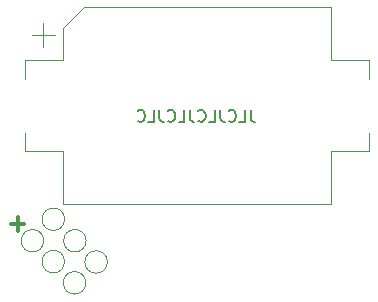
<source format=gbo>
G04 #@! TF.GenerationSoftware,KiCad,Pcbnew,(6.0.6)*
G04 #@! TF.CreationDate,2022-07-27T20:36:10+02:00*
G04 #@! TF.ProjectId,smd-challenge,736d642d-6368-4616-9c6c-656e67652e6b,rev?*
G04 #@! TF.SameCoordinates,Original*
G04 #@! TF.FileFunction,Legend,Bot*
G04 #@! TF.FilePolarity,Positive*
%FSLAX46Y46*%
G04 Gerber Fmt 4.6, Leading zero omitted, Abs format (unit mm)*
G04 Created by KiCad (PCBNEW (6.0.6)) date 2022-07-27 20:36:10*
%MOMM*%
%LPD*%
G01*
G04 APERTURE LIST*
%ADD10C,0.150000*%
%ADD11C,0.300000*%
%ADD12C,0.120000*%
%ADD13C,3.200000*%
%ADD14C,1.500000*%
%ADD15R,2.600000X3.600000*%
G04 APERTURE END LIST*
D10*
X128698047Y-119340380D02*
X128698047Y-120054666D01*
X128745666Y-120197523D01*
X128840904Y-120292761D01*
X128983761Y-120340380D01*
X129079000Y-120340380D01*
X127745666Y-120340380D02*
X128221857Y-120340380D01*
X128221857Y-119340380D01*
X126840904Y-120245142D02*
X126888523Y-120292761D01*
X127031380Y-120340380D01*
X127126619Y-120340380D01*
X127269476Y-120292761D01*
X127364714Y-120197523D01*
X127412333Y-120102285D01*
X127459952Y-119911809D01*
X127459952Y-119768952D01*
X127412333Y-119578476D01*
X127364714Y-119483238D01*
X127269476Y-119388000D01*
X127126619Y-119340380D01*
X127031380Y-119340380D01*
X126888523Y-119388000D01*
X126840904Y-119435619D01*
X126126619Y-119340380D02*
X126126619Y-120054666D01*
X126174238Y-120197523D01*
X126269476Y-120292761D01*
X126412333Y-120340380D01*
X126507571Y-120340380D01*
X125174238Y-120340380D02*
X125650428Y-120340380D01*
X125650428Y-119340380D01*
X124269476Y-120245142D02*
X124317095Y-120292761D01*
X124459952Y-120340380D01*
X124555190Y-120340380D01*
X124698047Y-120292761D01*
X124793285Y-120197523D01*
X124840904Y-120102285D01*
X124888523Y-119911809D01*
X124888523Y-119768952D01*
X124840904Y-119578476D01*
X124793285Y-119483238D01*
X124698047Y-119388000D01*
X124555190Y-119340380D01*
X124459952Y-119340380D01*
X124317095Y-119388000D01*
X124269476Y-119435619D01*
X123555190Y-119340380D02*
X123555190Y-120054666D01*
X123602809Y-120197523D01*
X123698047Y-120292761D01*
X123840904Y-120340380D01*
X123936142Y-120340380D01*
X122602809Y-120340380D02*
X123079000Y-120340380D01*
X123079000Y-119340380D01*
X121698047Y-120245142D02*
X121745666Y-120292761D01*
X121888523Y-120340380D01*
X121983761Y-120340380D01*
X122126619Y-120292761D01*
X122221857Y-120197523D01*
X122269476Y-120102285D01*
X122317095Y-119911809D01*
X122317095Y-119768952D01*
X122269476Y-119578476D01*
X122221857Y-119483238D01*
X122126619Y-119388000D01*
X121983761Y-119340380D01*
X121888523Y-119340380D01*
X121745666Y-119388000D01*
X121698047Y-119435619D01*
X120983761Y-119340380D02*
X120983761Y-120054666D01*
X121031380Y-120197523D01*
X121126619Y-120292761D01*
X121269476Y-120340380D01*
X121364714Y-120340380D01*
X120031380Y-120340380D02*
X120507571Y-120340380D01*
X120507571Y-119340380D01*
X119126619Y-120245142D02*
X119174238Y-120292761D01*
X119317095Y-120340380D01*
X119412333Y-120340380D01*
X119555190Y-120292761D01*
X119650428Y-120197523D01*
X119698047Y-120102285D01*
X119745666Y-119911809D01*
X119745666Y-119768952D01*
X119698047Y-119578476D01*
X119650428Y-119483238D01*
X119555190Y-119388000D01*
X119412333Y-119340380D01*
X119317095Y-119340380D01*
X119174238Y-119388000D01*
X119126619Y-119435619D01*
D11*
X108394571Y-129012142D02*
X109537428Y-129012142D01*
X108966000Y-129583571D02*
X108966000Y-128440714D01*
D12*
X114770284Y-130421182D02*
G75*
G03*
X114770284Y-130421182I-949999J0D01*
G01*
X111178181Y-130421182D02*
G75*
G03*
X111178181Y-130421182I-949999J0D01*
G01*
X112945948Y-128596846D02*
G75*
G03*
X112945948Y-128596846I-949999J0D01*
G01*
X109611000Y-122849000D02*
X109611000Y-121299000D01*
X135511000Y-127349000D02*
X135511000Y-122849000D01*
X114611000Y-110649000D02*
X112811000Y-112449000D01*
X135511000Y-122849000D02*
X138711000Y-122849000D01*
X112811000Y-122849000D02*
X109611000Y-122849000D01*
X135511000Y-110649000D02*
X135511000Y-115149000D01*
X112161000Y-112999000D02*
X110161000Y-112999000D01*
X138711000Y-115149000D02*
X138711000Y-116699000D01*
X109611000Y-115149000D02*
X109611000Y-116699000D01*
X135511000Y-115149000D02*
X138711000Y-115149000D01*
X112811000Y-115149000D02*
X109611000Y-115149000D01*
X138711000Y-122849000D02*
X138711000Y-121299000D01*
X135511000Y-110649000D02*
X114611000Y-110649000D01*
X111161000Y-113999000D02*
X111161000Y-111999000D01*
X112811000Y-127349000D02*
X135511000Y-127349000D01*
X112811000Y-112449000D02*
X112811000Y-115149000D01*
X112811000Y-127349000D02*
X112811000Y-122849000D01*
X112945948Y-132188949D02*
G75*
G03*
X112945948Y-132188949I-949999J0D01*
G01*
X116566335Y-132217233D02*
G75*
G03*
X116566335Y-132217233I-949999J0D01*
G01*
X114741999Y-133985000D02*
G75*
G03*
X114741999Y-133985000I-949999J0D01*
G01*
%LPC*%
D13*
X124104400Y-103632000D03*
D14*
X113820285Y-130421182D03*
X110228182Y-130421182D03*
X111995949Y-128596846D03*
D15*
X138811000Y-118999000D03*
X109511000Y-118999000D03*
D14*
X111995949Y-132188949D03*
X115616336Y-132217233D03*
X113792000Y-133985000D03*
M02*

</source>
